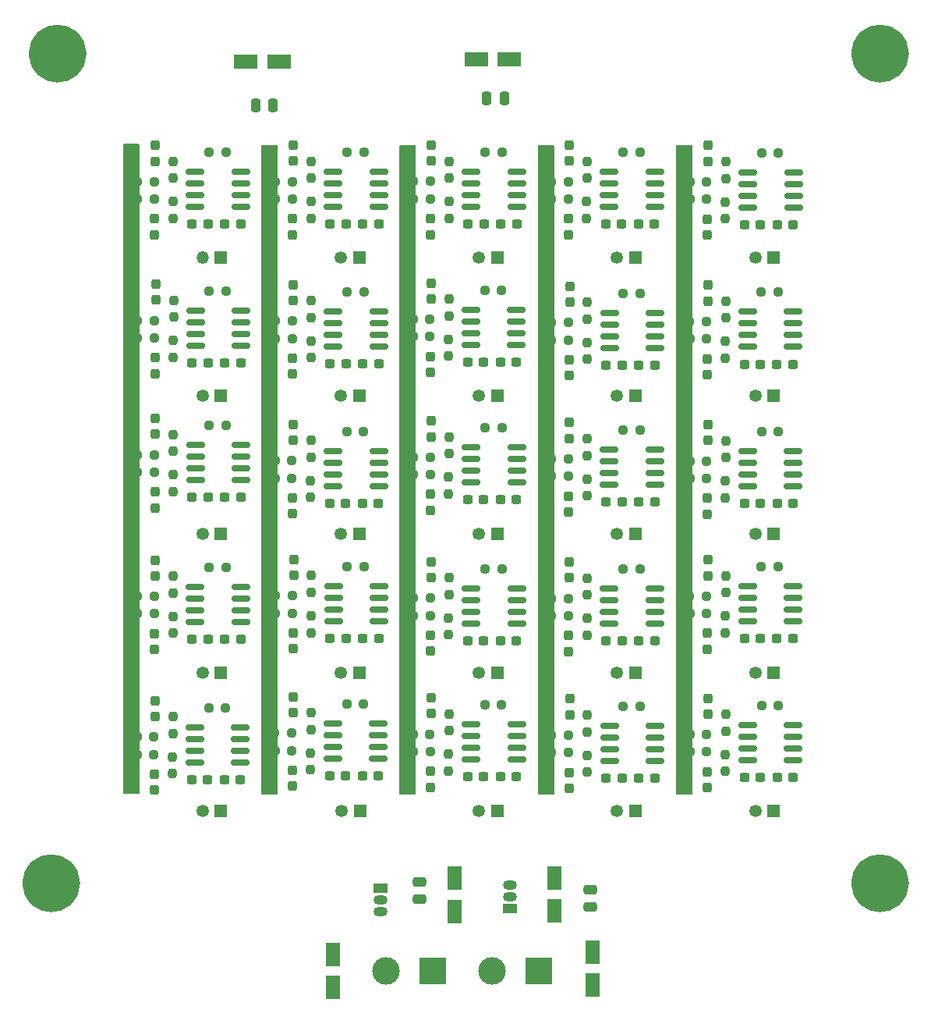
<source format=gbr>
%TF.GenerationSoftware,KiCad,Pcbnew,9.0.4*%
%TF.CreationDate,2025-09-23T10:18:57+12:00*%
%TF.ProjectId,esfgrid_ckt_IA,65736667-7269-4645-9f63-6b745f49412e,rev?*%
%TF.SameCoordinates,Original*%
%TF.FileFunction,Soldermask,Top*%
%TF.FilePolarity,Negative*%
%FSLAX46Y46*%
G04 Gerber Fmt 4.6, Leading zero omitted, Abs format (unit mm)*
G04 Created by KiCad (PCBNEW 9.0.4) date 2025-09-23 10:18:57*
%MOMM*%
%LPD*%
G01*
G04 APERTURE LIST*
G04 Aperture macros list*
%AMRoundRect*
0 Rectangle with rounded corners*
0 $1 Rounding radius*
0 $2 $3 $4 $5 $6 $7 $8 $9 X,Y pos of 4 corners*
0 Add a 4 corners polygon primitive as box body*
4,1,4,$2,$3,$4,$5,$6,$7,$8,$9,$2,$3,0*
0 Add four circle primitives for the rounded corners*
1,1,$1+$1,$2,$3*
1,1,$1+$1,$4,$5*
1,1,$1+$1,$6,$7*
1,1,$1+$1,$8,$9*
0 Add four rect primitives between the rounded corners*
20,1,$1+$1,$2,$3,$4,$5,0*
20,1,$1+$1,$4,$5,$6,$7,0*
20,1,$1+$1,$6,$7,$8,$9,0*
20,1,$1+$1,$8,$9,$2,$3,0*%
G04 Aperture macros list end*
%ADD10C,3.150000*%
%ADD11RoundRect,0.237500X-0.250000X-0.237500X0.250000X-0.237500X0.250000X0.237500X-0.250000X0.237500X0*%
%ADD12RoundRect,0.237500X0.237500X-0.250000X0.237500X0.250000X-0.237500X0.250000X-0.237500X-0.250000X0*%
%ADD13RoundRect,0.237500X-0.237500X0.300000X-0.237500X-0.300000X0.237500X-0.300000X0.237500X0.300000X0*%
%ADD14R,1.350000X1.350000*%
%ADD15C,1.350000*%
%ADD16RoundRect,0.237500X-0.237500X0.250000X-0.237500X-0.250000X0.237500X-0.250000X0.237500X0.250000X0*%
%ADD17RoundRect,0.237500X-0.300000X-0.237500X0.300000X-0.237500X0.300000X0.237500X-0.300000X0.237500X0*%
%ADD18RoundRect,0.250000X-1.050000X-0.550000X1.050000X-0.550000X1.050000X0.550000X-1.050000X0.550000X0*%
%ADD19RoundRect,0.237500X0.300000X0.237500X-0.300000X0.237500X-0.300000X-0.237500X0.300000X-0.237500X0*%
%ADD20RoundRect,0.250000X-0.550000X1.050000X-0.550000X-1.050000X0.550000X-1.050000X0.550000X1.050000X0*%
%ADD21RoundRect,0.150000X-0.825000X-0.150000X0.825000X-0.150000X0.825000X0.150000X-0.825000X0.150000X0*%
%ADD22R,1.500000X1.050000*%
%ADD23O,1.500000X1.050000*%
%ADD24C,3.200000*%
%ADD25RoundRect,0.250000X-0.250000X-0.475000X0.250000X-0.475000X0.250000X0.475000X-0.250000X0.475000X0*%
%ADD26RoundRect,0.250000X0.475000X-0.250000X0.475000X0.250000X-0.475000X0.250000X-0.475000X-0.250000X0*%
%ADD27R,3.000000X3.000000*%
%ADD28C,3.000000*%
%ADD29RoundRect,0.250000X0.250000X0.475000X-0.250000X0.475000X-0.250000X-0.475000X0.250000X-0.475000X0*%
%ADD30O,1.350000X1.350000*%
%ADD31RoundRect,0.250000X0.550000X-1.050000X0.550000X1.050000X-0.550000X1.050000X-0.550000X-1.050000X0*%
G04 APERTURE END LIST*
D10*
X257632960Y-136869986D02*
G75*
G02*
X254482960Y-136869986I-1575000J0D01*
G01*
X254482960Y-136869986D02*
G75*
G02*
X257632960Y-136869986I1575000J0D01*
G01*
X167632960Y-136869986D02*
G75*
G02*
X164482960Y-136869986I-1575000J0D01*
G01*
X164482960Y-136869986D02*
G75*
G02*
X167632960Y-136869986I1575000J0D01*
G01*
X257632960Y-46869986D02*
G75*
G02*
X254482960Y-46869986I-1575000J0D01*
G01*
X254482960Y-46869986D02*
G75*
G02*
X257632960Y-46869986I1575000J0D01*
G01*
X168325000Y-46869986D02*
G75*
G02*
X165175000Y-46869986I-1575000J0D01*
G01*
X165175000Y-46869986D02*
G75*
G02*
X168325000Y-46869986I1575000J0D01*
G01*
D11*
%TO.C,R20*%
X228152600Y-57572500D03*
X229977600Y-57572500D03*
%TD*%
D12*
%TO.C,R27*%
X179280000Y-79810000D03*
X179280000Y-77985000D03*
%TD*%
%TO.C,R82*%
X194257500Y-109682500D03*
X194257500Y-107857500D03*
%TD*%
D13*
%TO.C,C88*%
X177247600Y-125047500D03*
X177247600Y-126772500D03*
%TD*%
D14*
%TO.C,J18*%
X184500000Y-114000000D03*
D15*
X182500000Y-114000000D03*
%TD*%
D14*
%TO.C,J6*%
X229500000Y-69000000D03*
D15*
X227500000Y-69000000D03*
%TD*%
D13*
%TO.C,C104*%
X237280000Y-124777500D03*
X237280000Y-126502500D03*
%TD*%
D14*
%TO.C,J27*%
X244500000Y-129000000D03*
D15*
X242500000Y-129000000D03*
%TD*%
D11*
%TO.C,R38*%
X205355000Y-75700000D03*
X207180000Y-75700000D03*
%TD*%
D16*
%TO.C,R106*%
X194260000Y-118385000D03*
X194260000Y-120210000D03*
%TD*%
D13*
%TO.C,C64*%
X237290000Y-95097500D03*
X237290000Y-96822500D03*
%TD*%
D17*
%TO.C,C105*%
X244877500Y-125370000D03*
X246602500Y-125370000D03*
%TD*%
D18*
%TO.C,C109*%
X187200000Y-47750000D03*
X190800000Y-47750000D03*
%TD*%
D14*
%TO.C,J13*%
X184500000Y-99000000D03*
D15*
X182500000Y-99000000D03*
%TD*%
D19*
%TO.C,C82*%
X228032500Y-110600000D03*
X226307500Y-110600000D03*
%TD*%
D13*
%TO.C,C96*%
X207252500Y-124737500D03*
X207252500Y-126462500D03*
%TD*%
D20*
%TO.C,C2*%
X224845000Y-144345000D03*
X224845000Y-147945000D03*
%TD*%
D11*
%TO.C,R53*%
X175425000Y-90380000D03*
X177250000Y-90380000D03*
%TD*%
D13*
%TO.C,C68*%
X177300000Y-109787500D03*
X177300000Y-111512500D03*
%TD*%
D21*
%TO.C,U22*%
X241670000Y-104670000D03*
X241670000Y-105940000D03*
X241670000Y-107210000D03*
X241670000Y-108480000D03*
X246620000Y-108480000D03*
X246620000Y-107210000D03*
X246620000Y-105940000D03*
X246620000Y-104670000D03*
%TD*%
D12*
%TO.C,R72*%
X239250000Y-95050000D03*
X239250000Y-93225000D03*
%TD*%
D16*
%TO.C,R51*%
X179330000Y-88185000D03*
X179330000Y-90010000D03*
%TD*%
D13*
%TO.C,C55*%
X207340000Y-86712500D03*
X207340000Y-88437500D03*
%TD*%
D19*
%TO.C,C46*%
X243042500Y-80555000D03*
X241317500Y-80555000D03*
%TD*%
D17*
%TO.C,C45*%
X244867500Y-80555000D03*
X246592500Y-80555000D03*
%TD*%
D12*
%TO.C,R92*%
X224220000Y-109960000D03*
X224220000Y-108135000D03*
%TD*%
D19*
%TO.C,C34*%
X198062500Y-80510000D03*
X196337500Y-80510000D03*
%TD*%
D11*
%TO.C,R113*%
X205367500Y-120700000D03*
X207192500Y-120700000D03*
%TD*%
D13*
%TO.C,C79*%
X222340000Y-102027500D03*
X222340000Y-103752500D03*
%TD*%
D11*
%TO.C,R94*%
X220377500Y-107860000D03*
X222202500Y-107860000D03*
%TD*%
D19*
%TO.C,C42*%
X228042500Y-80670000D03*
X226317500Y-80670000D03*
%TD*%
D11*
%TO.C,R79*%
X175417500Y-107640000D03*
X177242500Y-107640000D03*
%TD*%
D13*
%TO.C,C7*%
X177377600Y-56817500D03*
X177377600Y-58542500D03*
%TD*%
D11*
%TO.C,R25*%
X243205000Y-57620000D03*
X245030000Y-57620000D03*
%TD*%
D17*
%TO.C,C85*%
X244867500Y-110350000D03*
X246592500Y-110350000D03*
%TD*%
D22*
%TO.C,U1*%
X201825000Y-137395000D03*
D23*
X201825000Y-138665000D03*
X201825000Y-139935000D03*
%TD*%
D12*
%TO.C,R57*%
X194220000Y-95030000D03*
X194220000Y-93205000D03*
%TD*%
D11*
%TO.C,R88*%
X205375000Y-105940000D03*
X207200000Y-105940000D03*
%TD*%
%TO.C,R28*%
X175435000Y-75820000D03*
X177260000Y-75820000D03*
%TD*%
%TO.C,R43*%
X220385000Y-76040000D03*
X222210000Y-76040000D03*
%TD*%
D13*
%TO.C,C83*%
X237350000Y-101777500D03*
X237350000Y-103502500D03*
%TD*%
D19*
%TO.C,C54*%
X198032500Y-95670000D03*
X196307500Y-95670000D03*
%TD*%
D16*
%TO.C,R76*%
X179320000Y-103555000D03*
X179320000Y-105380000D03*
%TD*%
D11*
%TO.C,R10*%
X198192600Y-57577500D03*
X200017600Y-57577500D03*
%TD*%
D16*
%TO.C,R41*%
X224290000Y-73845000D03*
X224290000Y-75670000D03*
%TD*%
D17*
%TO.C,C17*%
X214872500Y-65370000D03*
X216597500Y-65370000D03*
%TD*%
D21*
%TO.C,U21*%
X226660000Y-104920000D03*
X226660000Y-106190000D03*
X226660000Y-107460000D03*
X226660000Y-108730000D03*
X231610000Y-108730000D03*
X231610000Y-107460000D03*
X231610000Y-106190000D03*
X231610000Y-104920000D03*
%TD*%
D24*
%TO.C,REF\u002A\u002A*%
X166057960Y-136869986D03*
%TD*%
D17*
%TO.C,C37*%
X214837500Y-80330000D03*
X216562500Y-80330000D03*
%TD*%
D16*
%TO.C,R31*%
X194310000Y-73685000D03*
X194310000Y-75510000D03*
%TD*%
D11*
%TO.C,R73*%
X235405000Y-91060000D03*
X237230000Y-91060000D03*
%TD*%
%TO.C,R84*%
X190415000Y-107582500D03*
X192240000Y-107582500D03*
%TD*%
%TO.C,R99*%
X235387500Y-107610000D03*
X237212500Y-107610000D03*
%TD*%
D13*
%TO.C,C8*%
X177297600Y-64797500D03*
X177297600Y-66522500D03*
%TD*%
D11*
%TO.C,R40*%
X213145000Y-72530000D03*
X214970000Y-72530000D03*
%TD*%
D17*
%TO.C,C41*%
X229867500Y-80670000D03*
X231592500Y-80670000D03*
%TD*%
D13*
%TO.C,C92*%
X192240000Y-124617500D03*
X192240000Y-126342500D03*
%TD*%
D19*
%TO.C,C74*%
X198070000Y-110322500D03*
X196345000Y-110322500D03*
%TD*%
D16*
%TO.C,R66*%
X224275000Y-88645000D03*
X224275000Y-90470000D03*
%TD*%
D14*
%TO.C,J25*%
X214500000Y-129000000D03*
D15*
X212500000Y-129000000D03*
%TD*%
D19*
%TO.C,C106*%
X243052500Y-125370000D03*
X241327500Y-125370000D03*
%TD*%
D14*
%TO.C,J19*%
X199500000Y-114000000D03*
D15*
X197500000Y-114000000D03*
%TD*%
D13*
%TO.C,C27*%
X177400000Y-71877500D03*
X177400000Y-73602500D03*
%TD*%
D11*
%TO.C,R33*%
X190405000Y-75880000D03*
X192230000Y-75880000D03*
%TD*%
D13*
%TO.C,C24*%
X237300000Y-64827500D03*
X237300000Y-66552500D03*
%TD*%
D16*
%TO.C,R101*%
X179267600Y-118815000D03*
X179267600Y-120640000D03*
%TD*%
D11*
%TO.C,R114*%
X205370000Y-122590000D03*
X207195000Y-122590000D03*
%TD*%
D13*
%TO.C,C91*%
X192320000Y-116637500D03*
X192320000Y-118362500D03*
%TD*%
D25*
%TO.C,C108*%
X213350000Y-51750000D03*
X215250000Y-51750000D03*
%TD*%
D21*
%TO.C,U10*%
X211640000Y-74650000D03*
X211640000Y-75920000D03*
X211640000Y-77190000D03*
X211640000Y-78460000D03*
X216590000Y-78460000D03*
X216590000Y-77190000D03*
X216590000Y-75920000D03*
X216590000Y-74650000D03*
%TD*%
%TO.C,U19*%
X196697500Y-104642500D03*
X196697500Y-105912500D03*
X196697500Y-107182500D03*
X196697500Y-108452500D03*
X201647500Y-108452500D03*
X201647500Y-107182500D03*
X201647500Y-105912500D03*
X201647500Y-104642500D03*
%TD*%
%TO.C,U15*%
X211660000Y-89605000D03*
X211660000Y-90875000D03*
X211660000Y-92145000D03*
X211660000Y-93415000D03*
X216610000Y-93415000D03*
X216610000Y-92145000D03*
X216610000Y-90875000D03*
X216610000Y-89605000D03*
%TD*%
D16*
%TO.C,R61*%
X209280000Y-88460000D03*
X209280000Y-90285000D03*
%TD*%
D11*
%TO.C,R104*%
X175365100Y-122900000D03*
X177190100Y-122900000D03*
%TD*%
D21*
%TO.C,U23*%
X181647600Y-119960000D03*
X181647600Y-121230000D03*
X181647600Y-122500000D03*
X181647600Y-123770000D03*
X186597600Y-123770000D03*
X186597600Y-122500000D03*
X186597600Y-121230000D03*
X186597600Y-119960000D03*
%TD*%
D19*
%TO.C,C22*%
X228020100Y-65372500D03*
X226295100Y-65372500D03*
%TD*%
D16*
%TO.C,R56*%
X194280000Y-88845000D03*
X194280000Y-90670000D03*
%TD*%
D11*
%TO.C,R15*%
X213180000Y-57570000D03*
X215005000Y-57570000D03*
%TD*%
D14*
%TO.C,J16*%
X229500000Y-99000000D03*
D15*
X227500000Y-99000000D03*
%TD*%
D13*
%TO.C,C75*%
X207340000Y-101997500D03*
X207340000Y-103722500D03*
%TD*%
D16*
%TO.C,R6*%
X194307600Y-58552500D03*
X194307600Y-60377500D03*
%TD*%
D17*
%TO.C,C89*%
X184845100Y-125640000D03*
X186570100Y-125640000D03*
%TD*%
D14*
%TO.C,J8*%
X184500000Y-84000000D03*
D15*
X182500000Y-84000000D03*
%TD*%
D19*
%TO.C,C50*%
X183082500Y-95010000D03*
X181357500Y-95010000D03*
%TD*%
D26*
%TO.C,C4*%
X224555000Y-139445000D03*
X224555000Y-137545000D03*
%TD*%
D12*
%TO.C,R52*%
X179270000Y-94370000D03*
X179270000Y-92545000D03*
%TD*%
D19*
%TO.C,C14*%
X198060100Y-65377500D03*
X196335100Y-65377500D03*
%TD*%
D12*
%TO.C,R122*%
X239240000Y-124730000D03*
X239240000Y-122905000D03*
%TD*%
D11*
%TO.C,R45*%
X228175000Y-72870000D03*
X230000000Y-72870000D03*
%TD*%
D27*
%TO.C,J2*%
X218965000Y-146405000D03*
D28*
X213885000Y-146405000D03*
%TD*%
D12*
%TO.C,R47*%
X239230000Y-79915000D03*
X239230000Y-78090000D03*
%TD*%
D11*
%TO.C,R18*%
X220362600Y-60742500D03*
X222187600Y-60742500D03*
%TD*%
D13*
%TO.C,C32*%
X192290000Y-79917500D03*
X192290000Y-81642500D03*
%TD*%
%TO.C,C15*%
X207355000Y-56797500D03*
X207355000Y-58522500D03*
%TD*%
D16*
%TO.C,R71*%
X239310000Y-88865000D03*
X239310000Y-90690000D03*
%TD*%
D21*
%TO.C,U9*%
X196690000Y-74830000D03*
X196690000Y-76100000D03*
X196690000Y-77370000D03*
X196690000Y-78640000D03*
X201640000Y-78640000D03*
X201640000Y-77370000D03*
X201640000Y-76100000D03*
X201640000Y-74830000D03*
%TD*%
D11*
%TO.C,R14*%
X205392500Y-62630000D03*
X207217500Y-62630000D03*
%TD*%
D13*
%TO.C,C20*%
X222247600Y-64780000D03*
X222247600Y-66505000D03*
%TD*%
D11*
%TO.C,R39*%
X205357500Y-77590000D03*
X207182500Y-77590000D03*
%TD*%
D13*
%TO.C,C87*%
X177327600Y-117067500D03*
X177327600Y-118792500D03*
%TD*%
D11*
%TO.C,R19*%
X220365100Y-62632500D03*
X222190100Y-62632500D03*
%TD*%
D19*
%TO.C,C78*%
X213032500Y-110570000D03*
X211307500Y-110570000D03*
%TD*%
D26*
%TO.C,C3*%
X206025000Y-138595000D03*
X206025000Y-136695000D03*
%TD*%
D16*
%TO.C,R86*%
X209280000Y-103745000D03*
X209280000Y-105570000D03*
%TD*%
D13*
%TO.C,C48*%
X177310000Y-94417500D03*
X177310000Y-96142500D03*
%TD*%
D17*
%TO.C,C21*%
X229845100Y-65372500D03*
X231570100Y-65372500D03*
%TD*%
D13*
%TO.C,C52*%
X192260000Y-95077500D03*
X192260000Y-96802500D03*
%TD*%
D11*
%TO.C,R49*%
X235387500Y-77815000D03*
X237212500Y-77815000D03*
%TD*%
D20*
%TO.C,C1*%
X196685000Y-144595000D03*
X196685000Y-148195000D03*
%TD*%
D12*
%TO.C,R77*%
X179260000Y-109740000D03*
X179260000Y-107915000D03*
%TD*%
D11*
%TO.C,R118*%
X220385000Y-120810000D03*
X222210000Y-120810000D03*
%TD*%
%TO.C,R103*%
X175362600Y-121010000D03*
X177187600Y-121010000D03*
%TD*%
D14*
%TO.C,J14*%
X199500000Y-99000000D03*
D15*
X197500000Y-99000000D03*
%TD*%
D12*
%TO.C,R97*%
X239230000Y-109710000D03*
X239230000Y-107885000D03*
%TD*%
D11*
%TO.C,R35*%
X198195000Y-72710000D03*
X200020000Y-72710000D03*
%TD*%
D14*
%TO.C,J17*%
X244500000Y-99000000D03*
D15*
X242500000Y-99000000D03*
%TD*%
D19*
%TO.C,C38*%
X213012500Y-80330000D03*
X211287500Y-80330000D03*
%TD*%
D12*
%TO.C,R32*%
X194250000Y-79870000D03*
X194250000Y-78045000D03*
%TD*%
D13*
%TO.C,C67*%
X177380000Y-101807500D03*
X177380000Y-103532500D03*
%TD*%
%TO.C,C43*%
X237350000Y-71982500D03*
X237350000Y-73707500D03*
%TD*%
D16*
%TO.C,R11*%
X209295000Y-58545000D03*
X209295000Y-60370000D03*
%TD*%
D19*
%TO.C,C30*%
X183092500Y-80450000D03*
X181367500Y-80450000D03*
%TD*%
D17*
%TO.C,C49*%
X184907500Y-95010000D03*
X186632500Y-95010000D03*
%TD*%
D14*
%TO.C,J20*%
X214500000Y-114000000D03*
D15*
X212500000Y-114000000D03*
%TD*%
D21*
%TO.C,U26*%
X226670000Y-119760000D03*
X226670000Y-121030000D03*
X226670000Y-122300000D03*
X226670000Y-123570000D03*
X231620000Y-123570000D03*
X231620000Y-122300000D03*
X231620000Y-121030000D03*
X231620000Y-119760000D03*
%TD*%
D22*
%TO.C,U2*%
X215895000Y-139645000D03*
D23*
X215895000Y-138375000D03*
X215895000Y-137105000D03*
%TD*%
D11*
%TO.C,R100*%
X243175000Y-102550000D03*
X245000000Y-102550000D03*
%TD*%
D13*
%TO.C,C31*%
X192370000Y-71937500D03*
X192370000Y-73662500D03*
%TD*%
D21*
%TO.C,U27*%
X241680000Y-119690000D03*
X241680000Y-120960000D03*
X241680000Y-122230000D03*
X241680000Y-123500000D03*
X246630000Y-123500000D03*
X246630000Y-122230000D03*
X246630000Y-120960000D03*
X246630000Y-119690000D03*
%TD*%
%TO.C,U8*%
X181720000Y-74770000D03*
X181720000Y-76040000D03*
X181720000Y-77310000D03*
X181720000Y-78580000D03*
X186670000Y-78580000D03*
X186670000Y-77310000D03*
X186670000Y-76040000D03*
X186670000Y-74770000D03*
%TD*%
D11*
%TO.C,R95*%
X228165000Y-102800000D03*
X229990000Y-102800000D03*
%TD*%
D27*
%TO.C,J1*%
X207455000Y-146415000D03*
D28*
X202375000Y-146415000D03*
%TD*%
D16*
%TO.C,R96*%
X239290000Y-103525000D03*
X239290000Y-105350000D03*
%TD*%
D14*
%TO.C,J11*%
X229500000Y-84000000D03*
D15*
X227500000Y-84000000D03*
%TD*%
D21*
%TO.C,U16*%
X226655000Y-89790000D03*
X226655000Y-91060000D03*
X226655000Y-92330000D03*
X226655000Y-93600000D03*
X231605000Y-93600000D03*
X231605000Y-92330000D03*
X231605000Y-91060000D03*
X231605000Y-89790000D03*
%TD*%
%TO.C,U14*%
X196660000Y-89990000D03*
X196660000Y-91260000D03*
X196660000Y-92530000D03*
X196660000Y-93800000D03*
X201610000Y-93800000D03*
X201610000Y-92530000D03*
X201610000Y-91260000D03*
X201610000Y-89990000D03*
%TD*%
D17*
%TO.C,C65*%
X244887500Y-95690000D03*
X246612500Y-95690000D03*
%TD*%
D13*
%TO.C,C72*%
X192297500Y-109730000D03*
X192297500Y-111455000D03*
%TD*%
%TO.C,C19*%
X222327600Y-56800000D03*
X222327600Y-58525000D03*
%TD*%
D12*
%TO.C,R107*%
X194200000Y-124570000D03*
X194200000Y-122745000D03*
%TD*%
D11*
%TO.C,R119*%
X220387500Y-122700000D03*
X222212500Y-122700000D03*
%TD*%
D13*
%TO.C,C16*%
X207275000Y-64777500D03*
X207275000Y-66502500D03*
%TD*%
%TO.C,C71*%
X192377500Y-101750000D03*
X192377500Y-103475000D03*
%TD*%
D11*
%TO.C,R123*%
X235395000Y-120740000D03*
X237220000Y-120740000D03*
%TD*%
D17*
%TO.C,C9*%
X184895100Y-65390000D03*
X186620100Y-65390000D03*
%TD*%
D16*
%TO.C,R26*%
X179340000Y-73625000D03*
X179340000Y-75450000D03*
%TD*%
D14*
%TO.C,J4*%
X199500000Y-69000000D03*
D15*
X197500000Y-69000000D03*
%TD*%
D11*
%TO.C,R34*%
X190407500Y-77770000D03*
X192232500Y-77770000D03*
%TD*%
%TO.C,R108*%
X190337500Y-120580000D03*
X192162500Y-120580000D03*
%TD*%
%TO.C,R124*%
X235397500Y-122630000D03*
X237222500Y-122630000D03*
%TD*%
D29*
%TO.C,C107*%
X190150000Y-52500000D03*
X188250000Y-52500000D03*
%TD*%
D17*
%TO.C,C33*%
X199887500Y-80510000D03*
X201612500Y-80510000D03*
%TD*%
D13*
%TO.C,C47*%
X177390000Y-86437500D03*
X177390000Y-88162500D03*
%TD*%
%TO.C,C56*%
X207260000Y-94692500D03*
X207260000Y-96417500D03*
%TD*%
D16*
%TO.C,R91*%
X224280000Y-103775000D03*
X224280000Y-105600000D03*
%TD*%
D13*
%TO.C,C28*%
X177320000Y-79857500D03*
X177320000Y-81582500D03*
%TD*%
D11*
%TO.C,R93*%
X220375000Y-105970000D03*
X222200000Y-105970000D03*
%TD*%
D17*
%TO.C,C97*%
X214850000Y-125330000D03*
X216575000Y-125330000D03*
%TD*%
D21*
%TO.C,U25*%
X211652500Y-119650000D03*
X211652500Y-120920000D03*
X211652500Y-122190000D03*
X211652500Y-123460000D03*
X216602500Y-123460000D03*
X216602500Y-122190000D03*
X216602500Y-120920000D03*
X216602500Y-119650000D03*
%TD*%
D11*
%TO.C,R30*%
X183225000Y-72650000D03*
X185050000Y-72650000D03*
%TD*%
D12*
%TO.C,R22*%
X239260000Y-64780000D03*
X239260000Y-62955000D03*
%TD*%
D21*
%TO.C,U24*%
X196640000Y-119530000D03*
X196640000Y-120800000D03*
X196640000Y-122070000D03*
X196640000Y-123340000D03*
X201590000Y-123340000D03*
X201590000Y-122070000D03*
X201590000Y-120800000D03*
X201590000Y-119530000D03*
%TD*%
D17*
%TO.C,C25*%
X244897500Y-65420000D03*
X246622500Y-65420000D03*
%TD*%
%TO.C,C73*%
X199895000Y-110322500D03*
X201620000Y-110322500D03*
%TD*%
%TO.C,C61*%
X229852500Y-95470000D03*
X231577500Y-95470000D03*
%TD*%
D11*
%TO.C,R74*%
X235407500Y-92950000D03*
X237232500Y-92950000D03*
%TD*%
D13*
%TO.C,C36*%
X207240000Y-79737500D03*
X207240000Y-81462500D03*
%TD*%
D11*
%TO.C,R23*%
X235415000Y-60790000D03*
X237240000Y-60790000D03*
%TD*%
%TO.C,R58*%
X190375000Y-91040000D03*
X192200000Y-91040000D03*
%TD*%
%TO.C,R85*%
X198202500Y-102522500D03*
X200027500Y-102522500D03*
%TD*%
D13*
%TO.C,C40*%
X222270000Y-80077500D03*
X222270000Y-81802500D03*
%TD*%
D21*
%TO.C,U7*%
X241700000Y-59740000D03*
X241700000Y-61010000D03*
X241700000Y-62280000D03*
X241700000Y-63550000D03*
X246650000Y-63550000D03*
X246650000Y-62280000D03*
X246650000Y-61010000D03*
X246650000Y-59740000D03*
%TD*%
D13*
%TO.C,C95*%
X207332500Y-116757500D03*
X207332500Y-118482500D03*
%TD*%
%TO.C,C80*%
X222260000Y-110007500D03*
X222260000Y-111732500D03*
%TD*%
D21*
%TO.C,U20*%
X211660000Y-104890000D03*
X211660000Y-106160000D03*
X211660000Y-107430000D03*
X211660000Y-108700000D03*
X216610000Y-108700000D03*
X216610000Y-107430000D03*
X216610000Y-106160000D03*
X216610000Y-104890000D03*
%TD*%
D13*
%TO.C,C39*%
X222350000Y-72097500D03*
X222350000Y-73822500D03*
%TD*%
D16*
%TO.C,R16*%
X224267600Y-58547500D03*
X224267600Y-60372500D03*
%TD*%
D13*
%TO.C,C35*%
X207320000Y-71757500D03*
X207320000Y-73482500D03*
%TD*%
D14*
%TO.C,J9*%
X199500000Y-84000000D03*
D15*
X197500000Y-84000000D03*
%TD*%
D24*
%TO.C,REF\u002A\u002A*%
X256057960Y-46869986D03*
%TD*%
D13*
%TO.C,C12*%
X192287600Y-64785000D03*
X192287600Y-66510000D03*
%TD*%
D21*
%TO.C,U3*%
X181697600Y-59710000D03*
X181697600Y-60980000D03*
X181697600Y-62250000D03*
X181697600Y-63520000D03*
X186647600Y-63520000D03*
X186647600Y-62250000D03*
X186647600Y-60980000D03*
X186647600Y-59710000D03*
%TD*%
D13*
%TO.C,C51*%
X192340000Y-87097500D03*
X192340000Y-88822500D03*
%TD*%
D21*
%TO.C,U17*%
X241690000Y-90010000D03*
X241690000Y-91280000D03*
X241690000Y-92550000D03*
X241690000Y-93820000D03*
X246640000Y-93820000D03*
X246640000Y-92550000D03*
X246640000Y-91280000D03*
X246640000Y-90010000D03*
%TD*%
D11*
%TO.C,R13*%
X205390000Y-60740000D03*
X207215000Y-60740000D03*
%TD*%
D12*
%TO.C,R42*%
X224230000Y-80030000D03*
X224230000Y-78205000D03*
%TD*%
D19*
%TO.C,C102*%
X228042500Y-125440000D03*
X226317500Y-125440000D03*
%TD*%
D17*
%TO.C,C81*%
X229857500Y-110600000D03*
X231582500Y-110600000D03*
%TD*%
D13*
%TO.C,C44*%
X237270000Y-79962500D03*
X237270000Y-81687500D03*
%TD*%
D16*
%TO.C,R121*%
X239300000Y-118545000D03*
X239300000Y-120370000D03*
%TD*%
D11*
%TO.C,R90*%
X213165000Y-102770000D03*
X214990000Y-102770000D03*
%TD*%
D14*
%TO.C,J3*%
X184500000Y-69000000D03*
D30*
X182500000Y-69000000D03*
%TD*%
D16*
%TO.C,R111*%
X209272500Y-118505000D03*
X209272500Y-120330000D03*
%TD*%
D12*
%TO.C,R87*%
X209220000Y-109930000D03*
X209220000Y-108105000D03*
%TD*%
%TO.C,R12*%
X209235000Y-64730000D03*
X209235000Y-62905000D03*
%TD*%
D14*
%TO.C,J21*%
X229500000Y-114000000D03*
D15*
X227500000Y-114000000D03*
%TD*%
D20*
%TO.C,C5*%
X209845000Y-136335000D03*
X209845000Y-139935000D03*
%TD*%
D11*
%TO.C,R55*%
X183215000Y-87210000D03*
X185040000Y-87210000D03*
%TD*%
D12*
%TO.C,R67*%
X224215000Y-94830000D03*
X224215000Y-93005000D03*
%TD*%
D11*
%TO.C,R98*%
X235385000Y-105720000D03*
X237210000Y-105720000D03*
%TD*%
D17*
%TO.C,C69*%
X184897500Y-110380000D03*
X186622500Y-110380000D03*
%TD*%
D21*
%TO.C,U5*%
X211675000Y-59690000D03*
X211675000Y-60960000D03*
X211675000Y-62230000D03*
X211675000Y-63500000D03*
X216625000Y-63500000D03*
X216625000Y-62230000D03*
X216625000Y-60960000D03*
X216625000Y-59690000D03*
%TD*%
D11*
%TO.C,R3*%
X175412600Y-60760000D03*
X177237600Y-60760000D03*
%TD*%
%TO.C,R80*%
X183205000Y-102580000D03*
X185030000Y-102580000D03*
%TD*%
D12*
%TO.C,R37*%
X209200000Y-79690000D03*
X209200000Y-77865000D03*
%TD*%
D14*
%TO.C,J7*%
X244500000Y-69000000D03*
D15*
X242500000Y-69000000D03*
%TD*%
D13*
%TO.C,C11*%
X192367600Y-56805000D03*
X192367600Y-58530000D03*
%TD*%
D21*
%TO.C,U13*%
X181710000Y-89330000D03*
X181710000Y-90600000D03*
X181710000Y-91870000D03*
X181710000Y-93140000D03*
X186660000Y-93140000D03*
X186660000Y-91870000D03*
X186660000Y-90600000D03*
X186660000Y-89330000D03*
%TD*%
D13*
%TO.C,C63*%
X237370000Y-87117500D03*
X237370000Y-88842500D03*
%TD*%
D14*
%TO.C,J5*%
X214500000Y-69000000D03*
D15*
X212500000Y-69000000D03*
%TD*%
D31*
%TO.C,C6*%
X220665000Y-139895000D03*
X220665000Y-136295000D03*
%TD*%
D17*
%TO.C,C57*%
X214857500Y-95285000D03*
X216582500Y-95285000D03*
%TD*%
D11*
%TO.C,R65*%
X213165000Y-87485000D03*
X214990000Y-87485000D03*
%TD*%
%TO.C,R78*%
X175415000Y-105750000D03*
X177240000Y-105750000D03*
%TD*%
D16*
%TO.C,R1*%
X179317600Y-58565000D03*
X179317600Y-60390000D03*
%TD*%
%TO.C,R46*%
X239290000Y-73730000D03*
X239290000Y-75555000D03*
%TD*%
%TO.C,R21*%
X239320000Y-58595000D03*
X239320000Y-60420000D03*
%TD*%
%TO.C,R116*%
X224290000Y-118615000D03*
X224290000Y-120440000D03*
%TD*%
D11*
%TO.C,R8*%
X190402600Y-60747500D03*
X192227600Y-60747500D03*
%TD*%
%TO.C,R24*%
X235417500Y-62680000D03*
X237242500Y-62680000D03*
%TD*%
D17*
%TO.C,C13*%
X199885100Y-65377500D03*
X201610100Y-65377500D03*
%TD*%
D16*
%TO.C,R36*%
X209260000Y-73505000D03*
X209260000Y-75330000D03*
%TD*%
D17*
%TO.C,C53*%
X199857500Y-95670000D03*
X201582500Y-95670000D03*
%TD*%
D19*
%TO.C,C26*%
X243072500Y-65420000D03*
X241347500Y-65420000D03*
%TD*%
D16*
%TO.C,R81*%
X194317500Y-103497500D03*
X194317500Y-105322500D03*
%TD*%
D21*
%TO.C,U11*%
X226670000Y-74990000D03*
X226670000Y-76260000D03*
X226670000Y-77530000D03*
X226670000Y-78800000D03*
X231620000Y-78800000D03*
X231620000Y-77530000D03*
X231620000Y-76260000D03*
X231620000Y-74990000D03*
%TD*%
D11*
%TO.C,R69*%
X220372500Y-92730000D03*
X222197500Y-92730000D03*
%TD*%
D21*
%TO.C,U18*%
X181700000Y-104700000D03*
X181700000Y-105970000D03*
X181700000Y-107240000D03*
X181700000Y-108510000D03*
X186650000Y-108510000D03*
X186650000Y-107240000D03*
X186650000Y-105970000D03*
X186650000Y-104700000D03*
%TD*%
D14*
%TO.C,J15*%
X214500000Y-99000000D03*
D15*
X212500000Y-99000000D03*
%TD*%
D11*
%TO.C,R60*%
X198165000Y-87870000D03*
X199990000Y-87870000D03*
%TD*%
%TO.C,R120*%
X228175000Y-117640000D03*
X230000000Y-117640000D03*
%TD*%
D19*
%TO.C,C86*%
X243042500Y-110350000D03*
X241317500Y-110350000D03*
%TD*%
%TO.C,C98*%
X213025000Y-125330000D03*
X211300000Y-125330000D03*
%TD*%
D12*
%TO.C,R7*%
X194247600Y-64737500D03*
X194247600Y-62912500D03*
%TD*%
D14*
%TO.C,J10*%
X214500000Y-84000000D03*
D15*
X212500000Y-84000000D03*
%TD*%
D13*
%TO.C,C99*%
X222350000Y-116867500D03*
X222350000Y-118592500D03*
%TD*%
%TO.C,C76*%
X207260000Y-109977500D03*
X207260000Y-111702500D03*
%TD*%
D11*
%TO.C,R105*%
X183152600Y-117840000D03*
X184977600Y-117840000D03*
%TD*%
%TO.C,R83*%
X190412500Y-105692500D03*
X192237500Y-105692500D03*
%TD*%
D12*
%TO.C,R117*%
X224230000Y-124800000D03*
X224230000Y-122975000D03*
%TD*%
D17*
%TO.C,C77*%
X214857500Y-110570000D03*
X216582500Y-110570000D03*
%TD*%
D11*
%TO.C,R63*%
X205375000Y-90655000D03*
X207200000Y-90655000D03*
%TD*%
%TO.C,R64*%
X205377500Y-92545000D03*
X207202500Y-92545000D03*
%TD*%
D18*
%TO.C,C110*%
X212200000Y-47500000D03*
X215800000Y-47500000D03*
%TD*%
D11*
%TO.C,R4*%
X175415100Y-62650000D03*
X177240100Y-62650000D03*
%TD*%
%TO.C,R70*%
X228160000Y-87670000D03*
X229985000Y-87670000D03*
%TD*%
%TO.C,R9*%
X190405100Y-62637500D03*
X192230100Y-62637500D03*
%TD*%
D19*
%TO.C,C90*%
X183020100Y-125640000D03*
X181295100Y-125640000D03*
%TD*%
D14*
%TO.C,J24*%
X199600000Y-129000000D03*
D15*
X197600000Y-129000000D03*
%TD*%
D11*
%TO.C,R54*%
X175427500Y-92270000D03*
X177252500Y-92270000D03*
%TD*%
D19*
%TO.C,C66*%
X243062500Y-95690000D03*
X241337500Y-95690000D03*
%TD*%
D11*
%TO.C,R115*%
X213157500Y-117530000D03*
X214982500Y-117530000D03*
%TD*%
D12*
%TO.C,R102*%
X179207600Y-125000000D03*
X179207600Y-123175000D03*
%TD*%
D11*
%TO.C,R29*%
X175437500Y-77710000D03*
X177262500Y-77710000D03*
%TD*%
D17*
%TO.C,C29*%
X184917500Y-80450000D03*
X186642500Y-80450000D03*
%TD*%
D19*
%TO.C,C10*%
X183070100Y-65390000D03*
X181345100Y-65390000D03*
%TD*%
D17*
%TO.C,C93*%
X199837500Y-125210000D03*
X201562500Y-125210000D03*
%TD*%
D21*
%TO.C,U12*%
X241670000Y-74875000D03*
X241670000Y-76145000D03*
X241670000Y-77415000D03*
X241670000Y-78685000D03*
X246620000Y-78685000D03*
X246620000Y-77415000D03*
X246620000Y-76145000D03*
X246620000Y-74875000D03*
%TD*%
%TO.C,U4*%
X196687600Y-59697500D03*
X196687600Y-60967500D03*
X196687600Y-62237500D03*
X196687600Y-63507500D03*
X201637600Y-63507500D03*
X201637600Y-62237500D03*
X201637600Y-60967500D03*
X201637600Y-59697500D03*
%TD*%
D19*
%TO.C,C62*%
X228027500Y-95470000D03*
X226302500Y-95470000D03*
%TD*%
D21*
%TO.C,U6*%
X226647600Y-59692500D03*
X226647600Y-60962500D03*
X226647600Y-62232500D03*
X226647600Y-63502500D03*
X231597600Y-63502500D03*
X231597600Y-62232500D03*
X231597600Y-60962500D03*
X231597600Y-59692500D03*
%TD*%
D12*
%TO.C,R112*%
X209212500Y-124690000D03*
X209212500Y-122865000D03*
%TD*%
D19*
%TO.C,C70*%
X183072500Y-110380000D03*
X181347500Y-110380000D03*
%TD*%
D13*
%TO.C,C84*%
X237270000Y-109757500D03*
X237270000Y-111482500D03*
%TD*%
D11*
%TO.C,R75*%
X243195000Y-87890000D03*
X245020000Y-87890000D03*
%TD*%
%TO.C,R50*%
X243175000Y-72755000D03*
X245000000Y-72755000D03*
%TD*%
D14*
%TO.C,J26*%
X229500000Y-129000000D03*
D15*
X227500000Y-129000000D03*
%TD*%
D13*
%TO.C,C103*%
X237360000Y-116797500D03*
X237360000Y-118522500D03*
%TD*%
D11*
%TO.C,R48*%
X235385000Y-75925000D03*
X237210000Y-75925000D03*
%TD*%
D14*
%TO.C,J22*%
X244500000Y-114000000D03*
D15*
X242500000Y-114000000D03*
%TD*%
D14*
%TO.C,J23*%
X184500000Y-129000000D03*
D15*
X182500000Y-129000000D03*
%TD*%
D24*
%TO.C,REF\u002A\u002A*%
X256057960Y-136869986D03*
%TD*%
%TO.C,REF\u002A\u002A*%
X166750000Y-46869986D03*
%TD*%
D13*
%TO.C,C23*%
X237380000Y-56847500D03*
X237380000Y-58572500D03*
%TD*%
D11*
%TO.C,R109*%
X190357500Y-122470000D03*
X192182500Y-122470000D03*
%TD*%
%TO.C,R44*%
X220387500Y-77930000D03*
X222212500Y-77930000D03*
%TD*%
%TO.C,R89*%
X205377500Y-107830000D03*
X207202500Y-107830000D03*
%TD*%
D13*
%TO.C,C100*%
X222270000Y-124847500D03*
X222270000Y-126572500D03*
%TD*%
D11*
%TO.C,R110*%
X198145000Y-117410000D03*
X199970000Y-117410000D03*
%TD*%
D12*
%TO.C,R2*%
X179257600Y-64750000D03*
X179257600Y-62925000D03*
%TD*%
D11*
%TO.C,R68*%
X220370000Y-90840000D03*
X222195000Y-90840000D03*
%TD*%
D19*
%TO.C,C58*%
X213032500Y-95285000D03*
X211307500Y-95285000D03*
%TD*%
D11*
%TO.C,R59*%
X190377500Y-92930000D03*
X192202500Y-92930000D03*
%TD*%
D12*
%TO.C,R17*%
X224207600Y-64732500D03*
X224207600Y-62907500D03*
%TD*%
D19*
%TO.C,C94*%
X198012500Y-125210000D03*
X196287500Y-125210000D03*
%TD*%
D12*
%TO.C,R62*%
X209220000Y-94645000D03*
X209220000Y-92820000D03*
%TD*%
D13*
%TO.C,C59*%
X222335000Y-86897500D03*
X222335000Y-88622500D03*
%TD*%
D11*
%TO.C,R5*%
X183202600Y-57590000D03*
X185027600Y-57590000D03*
%TD*%
D14*
%TO.C,J12*%
X244500000Y-84000000D03*
D15*
X242500000Y-84000000D03*
%TD*%
D19*
%TO.C,C18*%
X213047500Y-65370000D03*
X211322500Y-65370000D03*
%TD*%
D13*
%TO.C,C60*%
X222255000Y-94877500D03*
X222255000Y-96602500D03*
%TD*%
D11*
%TO.C,R125*%
X243185000Y-117570000D03*
X245010000Y-117570000D03*
%TD*%
D17*
%TO.C,C101*%
X229867500Y-125440000D03*
X231592500Y-125440000D03*
%TD*%
G36*
X205600649Y-56789685D02*
G01*
X205646404Y-56842489D01*
X205657610Y-56893991D01*
X205662992Y-127145991D01*
X205643313Y-127213031D01*
X205590512Y-127258790D01*
X205538992Y-127270000D01*
X204001600Y-127270000D01*
X203934561Y-127250315D01*
X203888806Y-127197511D01*
X203877600Y-127146000D01*
X203877600Y-56894000D01*
X203897285Y-56826961D01*
X203950089Y-56781206D01*
X204001600Y-56770000D01*
X205533610Y-56770000D01*
X205600649Y-56789685D01*
G37*
G36*
X175581009Y-56689671D02*
G01*
X175626764Y-56742475D01*
X175637970Y-56793977D01*
X175643352Y-127045977D01*
X175623673Y-127113017D01*
X175570872Y-127158776D01*
X175519352Y-127169986D01*
X173981960Y-127169986D01*
X173914921Y-127150301D01*
X173869166Y-127097497D01*
X173857960Y-127045986D01*
X173857960Y-56793986D01*
X173877645Y-56726947D01*
X173930449Y-56681192D01*
X173981960Y-56669986D01*
X175513970Y-56669986D01*
X175581009Y-56689671D01*
G37*
G36*
X220600649Y-56789685D02*
G01*
X220646404Y-56842489D01*
X220657610Y-56893991D01*
X220662992Y-127145991D01*
X220643313Y-127213031D01*
X220590512Y-127258790D01*
X220538992Y-127270000D01*
X219001600Y-127270000D01*
X218934561Y-127250315D01*
X218888806Y-127197511D01*
X218877600Y-127146000D01*
X218877600Y-56894000D01*
X218897285Y-56826961D01*
X218950089Y-56781206D01*
X219001600Y-56770000D01*
X220533610Y-56770000D01*
X220600649Y-56789685D01*
G37*
G36*
X190600649Y-56789685D02*
G01*
X190646404Y-56842489D01*
X190657610Y-56893991D01*
X190662992Y-127145991D01*
X190643313Y-127213031D01*
X190590512Y-127258790D01*
X190538992Y-127270000D01*
X189001600Y-127270000D01*
X188934561Y-127250315D01*
X188888806Y-127197511D01*
X188877600Y-127146000D01*
X188877600Y-56894000D01*
X188897285Y-56826961D01*
X188950089Y-56781206D01*
X189001600Y-56770000D01*
X190533610Y-56770000D01*
X190600649Y-56789685D01*
G37*
G36*
X235600649Y-56789685D02*
G01*
X235646404Y-56842489D01*
X235657610Y-56893991D01*
X235662992Y-127145991D01*
X235643313Y-127213031D01*
X235590512Y-127258790D01*
X235538992Y-127270000D01*
X234001600Y-127270000D01*
X233934561Y-127250315D01*
X233888806Y-127197511D01*
X233877600Y-127146000D01*
X233877600Y-56894000D01*
X233897285Y-56826961D01*
X233950089Y-56781206D01*
X234001600Y-56770000D01*
X235533610Y-56770000D01*
X235600649Y-56789685D01*
G37*
M02*

</source>
